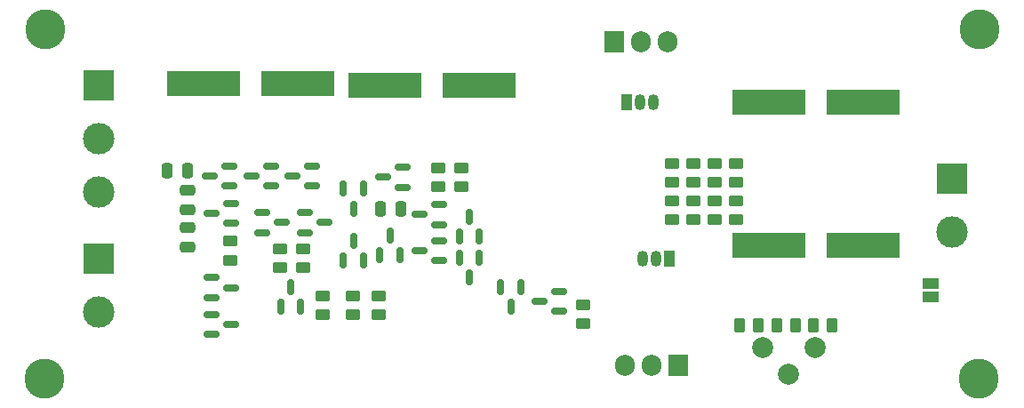
<source format=gbr>
%TF.GenerationSoftware,KiCad,Pcbnew,(6.0.2)*%
%TF.CreationDate,2022-12-26T11:42:45-08:00*%
%TF.ProjectId,discrete_op_amp,64697363-7265-4746-955f-6f705f616d70,rev?*%
%TF.SameCoordinates,Original*%
%TF.FileFunction,Soldermask,Top*%
%TF.FilePolarity,Negative*%
%FSLAX46Y46*%
G04 Gerber Fmt 4.6, Leading zero omitted, Abs format (unit mm)*
G04 Created by KiCad (PCBNEW (6.0.2)) date 2022-12-26 11:42:45*
%MOMM*%
%LPD*%
G01*
G04 APERTURE LIST*
G04 Aperture macros list*
%AMRoundRect*
0 Rectangle with rounded corners*
0 $1 Rounding radius*
0 $2 $3 $4 $5 $6 $7 $8 $9 X,Y pos of 4 corners*
0 Add a 4 corners polygon primitive as box body*
4,1,4,$2,$3,$4,$5,$6,$7,$8,$9,$2,$3,0*
0 Add four circle primitives for the rounded corners*
1,1,$1+$1,$2,$3*
1,1,$1+$1,$4,$5*
1,1,$1+$1,$6,$7*
1,1,$1+$1,$8,$9*
0 Add four rect primitives between the rounded corners*
20,1,$1+$1,$2,$3,$4,$5,0*
20,1,$1+$1,$4,$5,$6,$7,0*
20,1,$1+$1,$6,$7,$8,$9,0*
20,1,$1+$1,$8,$9,$2,$3,0*%
G04 Aperture macros list end*
%ADD10C,2.000000*%
%ADD11R,7.000000X2.400000*%
%ADD12R,3.000000X3.000000*%
%ADD13C,3.000000*%
%ADD14RoundRect,0.150000X-0.587500X-0.150000X0.587500X-0.150000X0.587500X0.150000X-0.587500X0.150000X0*%
%ADD15RoundRect,0.250000X0.450000X-0.262500X0.450000X0.262500X-0.450000X0.262500X-0.450000X-0.262500X0*%
%ADD16RoundRect,0.150000X0.587500X0.150000X-0.587500X0.150000X-0.587500X-0.150000X0.587500X-0.150000X0*%
%ADD17O,1.905000X2.000000*%
%ADD18R,1.905000X2.000000*%
%ADD19RoundRect,0.250000X0.262500X0.450000X-0.262500X0.450000X-0.262500X-0.450000X0.262500X-0.450000X0*%
%ADD20RoundRect,0.250000X-0.450000X0.262500X-0.450000X-0.262500X0.450000X-0.262500X0.450000X0.262500X0*%
%ADD21C,3.800000*%
%ADD22RoundRect,0.250000X-0.475000X0.250000X-0.475000X-0.250000X0.475000X-0.250000X0.475000X0.250000X0*%
%ADD23RoundRect,0.150000X-0.150000X0.587500X-0.150000X-0.587500X0.150000X-0.587500X0.150000X0.587500X0*%
%ADD24RoundRect,0.250000X0.250000X0.475000X-0.250000X0.475000X-0.250000X-0.475000X0.250000X-0.475000X0*%
%ADD25RoundRect,0.150000X0.150000X-0.587500X0.150000X0.587500X-0.150000X0.587500X-0.150000X-0.587500X0*%
%ADD26R,1.050000X1.500000*%
%ADD27O,1.050000X1.500000*%
%ADD28RoundRect,0.250000X-0.250000X-0.475000X0.250000X-0.475000X0.250000X0.475000X-0.250000X0.475000X0*%
%ADD29R,1.500000X1.000000*%
G04 APERTURE END LIST*
D10*
%TO.C,RV1*%
X182509000Y-122809000D03*
X180009000Y-125309000D03*
X177509000Y-122809000D03*
%TD*%
D11*
%TO.C,C8*%
X187126000Y-99469000D03*
X178126000Y-99469000D03*
%TD*%
D12*
%TO.C,J1*%
X114300000Y-97790000D03*
D13*
X114300000Y-102870000D03*
X114300000Y-107950000D03*
%TD*%
D14*
%TO.C,Q13*%
X129848500Y-109949000D03*
X129848500Y-111849000D03*
X131723500Y-110899000D03*
%TD*%
D15*
%TO.C,R18*%
X160401000Y-120546500D03*
X160401000Y-118721500D03*
%TD*%
D16*
%TO.C,Q10*%
X143280500Y-107531000D03*
X143280500Y-105631000D03*
X141405500Y-106581000D03*
%TD*%
%TO.C,Q2*%
X130707500Y-107404000D03*
X130707500Y-105504000D03*
X128832500Y-106454000D03*
%TD*%
D17*
%TO.C,Q23*%
X168512000Y-93639000D03*
X165972000Y-93639000D03*
D18*
X163432000Y-93639000D03*
%TD*%
D15*
%TO.C,R1*%
X146661000Y-107493500D03*
X146661000Y-105668500D03*
%TD*%
D16*
%TO.C,Q3*%
X134644500Y-107404000D03*
X134644500Y-105504000D03*
X132769500Y-106454000D03*
%TD*%
D19*
%TO.C,R20*%
X177141000Y-120650000D03*
X175316000Y-120650000D03*
%TD*%
D20*
%TO.C,R11*%
X175006000Y-105259500D03*
X175006000Y-107084500D03*
%TD*%
D12*
%TO.C,J3*%
X114300000Y-114300000D03*
D13*
X114300000Y-119380000D03*
%TD*%
D21*
%TO.C,H4*%
X109117000Y-125730000D03*
%TD*%
%TO.C,H3*%
X198223000Y-92484000D03*
%TD*%
D14*
%TO.C,Q14*%
X133912500Y-109949000D03*
X133912500Y-111849000D03*
X135787500Y-110899000D03*
%TD*%
D15*
%TO.C,R13*%
X133756400Y-115212500D03*
X133756400Y-113387500D03*
%TD*%
D22*
%TO.C,C2*%
X122785000Y-107790000D03*
X122785000Y-109690000D03*
%TD*%
D11*
%TO.C,C4*%
X141526000Y-97818000D03*
X150526000Y-97818000D03*
%TD*%
D23*
%TO.C,Q12*%
X150556000Y-114251500D03*
X148656000Y-114251500D03*
X149606000Y-116126500D03*
%TD*%
D24*
%TO.C,C3*%
X122719000Y-105946000D03*
X120819000Y-105946000D03*
%TD*%
D20*
%TO.C,R6*%
X170942000Y-108815500D03*
X170942000Y-110640500D03*
%TD*%
D11*
%TO.C,C7*%
X178126000Y-113058000D03*
X187126000Y-113058000D03*
%TD*%
D16*
%TO.C,Q8*%
X126897500Y-110960000D03*
X126897500Y-109060000D03*
X125022500Y-110010000D03*
%TD*%
%TO.C,Q1*%
X126770500Y-107404000D03*
X126770500Y-105504000D03*
X124895500Y-106454000D03*
%TD*%
D15*
%TO.C,R14*%
X138533000Y-119685500D03*
X138533000Y-117860500D03*
%TD*%
%TO.C,R17*%
X135636000Y-119685500D03*
X135636000Y-117860500D03*
%TD*%
D11*
%TO.C,C1*%
X124254000Y-97691000D03*
X133254000Y-97691000D03*
%TD*%
D14*
%TO.C,Q15*%
X125022500Y-116144000D03*
X125022500Y-118044000D03*
X126897500Y-117094000D03*
%TD*%
D25*
%TO.C,Q16*%
X137607000Y-114475500D03*
X139507000Y-114475500D03*
X138557000Y-112600500D03*
%TD*%
D18*
%TO.C,Q5*%
X169521000Y-124492500D03*
D17*
X166981000Y-124492500D03*
X164441000Y-124492500D03*
%TD*%
D19*
%TO.C,R19*%
X180697000Y-120650000D03*
X178872000Y-120650000D03*
%TD*%
D25*
%TO.C,Q18*%
X141086800Y-113967500D03*
X142986800Y-113967500D03*
X142036800Y-112092500D03*
%TD*%
D20*
%TO.C,R12*%
X131548000Y-113387500D03*
X131548000Y-115212500D03*
%TD*%
%TO.C,R3*%
X126849000Y-112653500D03*
X126849000Y-114478500D03*
%TD*%
%TO.C,R4*%
X175006000Y-108815500D03*
X175006000Y-110640500D03*
%TD*%
D23*
%TO.C,Q17*%
X154493000Y-117045500D03*
X152593000Y-117045500D03*
X153543000Y-118920500D03*
%TD*%
D26*
%TO.C,Q22*%
X164568000Y-99448000D03*
D27*
X165838000Y-99448000D03*
X167108000Y-99448000D03*
%TD*%
D23*
%TO.C,Q7*%
X139507000Y-107675500D03*
X137607000Y-107675500D03*
X138557000Y-109550500D03*
%TD*%
D25*
%TO.C,Q20*%
X131614000Y-118920500D03*
X133514000Y-118920500D03*
X132564000Y-117045500D03*
%TD*%
D16*
%TO.C,Q6*%
X146709500Y-111087000D03*
X146709500Y-109187000D03*
X144834500Y-110137000D03*
%TD*%
D21*
%TO.C,H2*%
X198120000Y-125730000D03*
%TD*%
D20*
%TO.C,R8*%
X168910000Y-105259500D03*
X168910000Y-107084500D03*
%TD*%
D25*
%TO.C,Q9*%
X148656000Y-112189500D03*
X150556000Y-112189500D03*
X149606000Y-110314500D03*
%TD*%
D20*
%TO.C,R10*%
X172946000Y-105259500D03*
X172946000Y-107084500D03*
%TD*%
D14*
%TO.C,Q19*%
X125022500Y-119644000D03*
X125022500Y-121544000D03*
X126897500Y-120594000D03*
%TD*%
D19*
%TO.C,R15*%
X184149500Y-120650000D03*
X182324500Y-120650000D03*
%TD*%
D16*
%TO.C,Q11*%
X146709500Y-114516000D03*
X146709500Y-112616000D03*
X144834500Y-113566000D03*
%TD*%
D28*
%TO.C,C6*%
X141139000Y-109629000D03*
X143039000Y-109629000D03*
%TD*%
D29*
%TO.C,JP1*%
X193548000Y-116698000D03*
X193548000Y-117998000D03*
%TD*%
D16*
%TO.C,Q21*%
X158163500Y-119342000D03*
X158163500Y-117442000D03*
X156288500Y-118392000D03*
%TD*%
D26*
%TO.C,Q4*%
X168632000Y-114300000D03*
D27*
X167362000Y-114300000D03*
X166092000Y-114300000D03*
%TD*%
D21*
%TO.C,H1*%
X109220000Y-92484000D03*
%TD*%
D12*
%TO.C,J2*%
X195580000Y-106680000D03*
D13*
X195580000Y-111760000D03*
%TD*%
D15*
%TO.C,R2*%
X148820000Y-107493500D03*
X148820000Y-105668500D03*
%TD*%
D20*
%TO.C,R16*%
X140946000Y-117860500D03*
X140946000Y-119685500D03*
%TD*%
%TO.C,R7*%
X168910000Y-108815500D03*
X168910000Y-110640500D03*
%TD*%
D22*
%TO.C,C5*%
X122785000Y-111346000D03*
X122785000Y-113246000D03*
%TD*%
D20*
%TO.C,R9*%
X170942000Y-105259500D03*
X170942000Y-107084500D03*
%TD*%
%TO.C,R5*%
X172974000Y-108815500D03*
X172974000Y-110640500D03*
%TD*%
M02*

</source>
